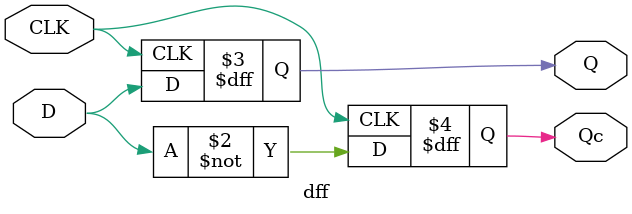
<source format=v>
`timescale 1ns / 1ps

module ringCounter(
    input clk, rst,
    output wire [3:0] q
);

    wire [3:0] tmp, qc;

    dff f0(rst | q[0], clk, tmp[3], qc[3]);
    dff f1(~rst & q[3], clk, tmp[2], qc[2]);
    dff f2(~rst & q[2], clk, tmp[1], qc[1]);
    dff f3(~rst & q[1], clk, tmp[0], qc[0]);

    assign q = tmp;
endmodule

module dff(
    input D, CLK,
    output reg Q, Qc
);

    always @(posedge CLK) begin
        Q <= D;
        Qc <= ~D;
    end
endmodule

</source>
